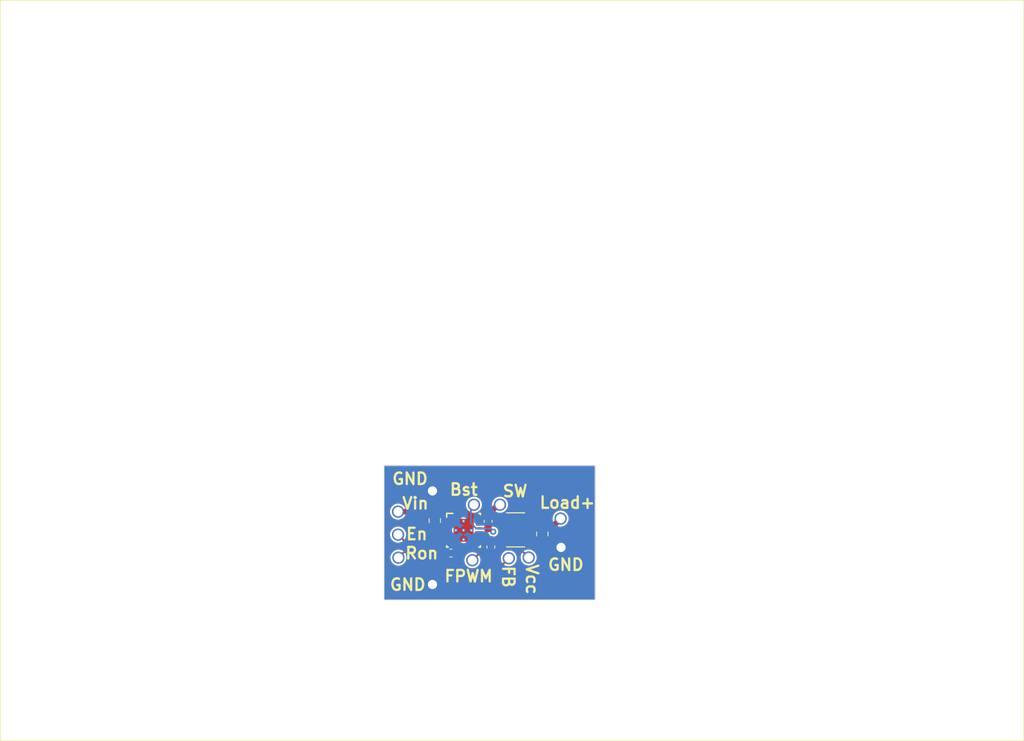
<source format=kicad_pcb>
(kicad_pcb (version 20221018) (generator pcbnew)
  (layers (0 "F.Cu" signal) (31 "B.Cu" signal) (34 "B.Paste" user) (35 "F.Paste" user) (36 "B.SilkS" user "B.Silkscreen") (37 "F.SilkS" user "F.Silkscreen") (38 "B.Mask" user) (39 "F.Mask" user) (44 "Edge.Cuts" user))
  (net 0 "")
  (net 1 "GND2")
  (net 2 "Net-(D7-Conn)")
  (net 3 "Net-(D17-Conn)")
  (net 4 "Net-(U1-SS)")
  (net 5 "Net-(D2-Conn)")
  (net 6 "Net-(D1-Conn)")
  (net 7 "Net-(D4-Conn)")
  (net 8 "Net-(D6-Conn)")
  (net 9 "Net-(D9-Conn)")
  (net 10 "Net-(D18-Conn)")
  (net 11 "Net-(D19-Conn)")
  (footprint "Capacitor_SMD:C_0805_2012Metric_Pad1.18x1.45mm_HandSolder" (layer "F.Cu") (at 134.112 122.9145 -90)
    (fp_text reference "C28" hide)
    (fp_text value "C" hide)
    (fp_line (start -0.261252 -0.735) (end 0.261252 -0.735) (stroke (width 0.12)) (layer "F.SilkS"))
    (fp_line (start -0.261252 0.735) (end 0.261252 0.735) (stroke (width 0.12)) (layer "F.SilkS"))
    (pad "1" smd roundrect (at -1.0375 0 270) (size 1.175 1.45) (layers "F.Cu" "F.Paste" "F.Mask") (roundrect_rratio 0.2127659574) (net 5 "Net-(D2-Conn)"))
    (pad "2" smd roundrect (at 1.0375 0 270) (size 1.175 1.45) (layers "F.Cu" "F.Paste" "F.Mask") (roundrect_rratio 0.2127659574) (net 1 "GND2"))
  )
  (footprint "Capacitor_SMD:C_0603_1608Metric_Pad1.08x0.95mm_HandSolder" (layer "F.Cu") (at 122.2 125.4)
    (fp_text reference "C26" hide)
    (fp_text value "C" hide)
    (fp_line (start -0.146267 -0.51) (end 0.146267 -0.51) (stroke (width 0.12)) (layer "F.SilkS"))
    (fp_line (start -0.146267 0.51) (end 0.146267 0.51) (stroke (width 0.12)) (layer "F.SilkS"))
    (pad "1" smd roundrect (at -0.8625 0) (size 1.075 0.95) (layers "F.Cu" "F.Paste" "F.Mask") (net 4 "Net-(U1-SS)"))
    (pad "2" smd roundrect (at 0.8625 0) (size 1.075 0.95) (layers "F.Cu" "F.Paste" "F.Mask") (net 1 "GND2"))
  )
  (footprint "Wire_holes:WireHole_1p2" (layer "F.Cu") (at 125.2 119.1)
    (fp_text reference "D1" hide)
    (fp_text value "WireHole_1p5" hide)
    (pad "1" thru_hole circle (at 0 0) (size 1.6 1.6) (drill 1.2) (layers "*.Cu" "*.Mask") (net 6 "Net-(D1-Conn)"))
  )
  (footprint "ul_SWPA4030S1R0NT:IND_SWPA4030S_SNL" (layer "F.Cu") (at 130.6322 122.3772 180)
    (fp_text reference "L1" hide)
    (fp_text value "SWPA4030S1R0NT" hide)
    (fp_line (start -1.17475 2.2225) (end 1.17475 2.2225) (stroke (width 0.1524)) (layer "F.SilkS"))
    (fp_line (start 1.17475 -2.2225) (end -1.17475 -2.2225) (stroke (width 0.1524)) (layer "F.SilkS"))
    (pad "1" smd rect (at -1.4986 0 180) (size 1.0922 3.7084) (layers "F.Cu" "F.Paste" "F.Mask") (net 5 "Net-(D2-Conn)"))
    (pad "2" smd rect (at 1.4986 0 180) (size 1.0922 3.7084) (layers "F.Cu" "F.Paste" "F.Mask") (net 7 "Net-(D4-Conn)"))
  )
  (footprint "Wire_holes:WireHole_1p2" (layer "F.Cu") (at 119.8 129.5)
    (fp_text reference "D8" hide)
    (fp_text value "WireHole_1p5" hide)
    (pad "1" thru_hole circle (at 0 0) (size 1.6 1.6) (drill 1.2) (layers "*.Cu" "*.Mask") (net 1 "GND2"))
  )
  (footprint "Wire_holes:WireHole_1p2" (layer "F.Cu") (at 129.7432 126.0856)
    (fp_text reference "D9" hide)
    (fp_text value "WireHole_1p5" hide)
    (pad "1" thru_hole circle (at 0 0) (size 1.6 1.6) (drill 1.2) (layers "*.Cu" "*.Mask") (net 9 "Net-(D9-Conn)"))
  )
  (footprint "Wire_holes:WireHole_1p2" (layer "F.Cu") (at 115.3668 126)
    (fp_text reference "D18" hide)
    (fp_text value "WireHole_1p5" hide)
    (pad "1" thru_hole circle (at 0 0) (size 1.6 1.6) (drill 1.2) (layers "*.Cu" "*.Mask") (net 10 "Net-(D18-Conn)"))
  )
  (footprint "Capacitor_SMD:C_0805_2012Metric_Pad1.18x1.45mm_HandSolder" (layer "F.Cu") (at 120.1 121.1625 90)
    (fp_text reference "C5" hide)
    (fp_text value "C" hide)
    (fp_line (start -0.261252 -0.735) (end 0.261252 -0.735) (stroke (width 0.12)) (layer "F.SilkS"))
    (fp_line (start -0.261252 0.735) (end 0.261252 0.735) (stroke (width 0.12)) (layer "F.SilkS"))
    (pad "1" smd roundrect (at -1.0375 0 90) (size 1.175 1.45) (layers "F.Cu" "F.Paste" "F.Mask") (roundrect_rratio 0.2127659574) (net 3 "Net-(D17-Conn)"))
    (pad "2" smd roundrect (at 1.0375 0 90) (size 1.175 1.45) (layers "F.Cu" "F.Paste" "F.Mask") (roundrect_rratio 0.2127659574) (net 1 "GND2"))
  )
  (footprint "Wire_holes:WireHole_1p2" (layer "F.Cu") (at 132.334 125.984)
    (fp_text reference "D7" hide)
    (fp_text value "WireHole_1p5" hide)
    (pad "1" thru_hole circle (at 0 0) (size 1.6 1.6) (drill 1.2) (layers "*.Cu" "*.Mask") (net 2 "Net-(D7-Conn)"))
  )
  (footprint "Wire_holes:WireHole_1p2" (layer "F.Cu") (at 115.316 123)
    (fp_text reference "D19" hide)
    (fp_text value "WireHole_1p5" hide)
    (pad "1" thru_hole circle (at 0 0) (size 1.6 1.6) (drill 1.2) (layers "*.Cu" "*.Mask") (net 11 "Net-(D19-Conn)"))
  )
  (footprint "Wire_holes:WireHole_1p2" (layer "F.Cu") (at 136.4996 120.904)
    (fp_text reference "D2" hide)
    (fp_text value "WireHole_1p5" hide)
    (pad "1" thru_hole circle (at 0 0) (size 1.6 1.6) (drill 1.2) (layers "*.Cu" "*.Mask") (net 5 "Net-(D2-Conn)"))
  )
  (footprint "Wire_holes:WireHole_1p2" (layer "F.Cu") (at 119.8 117.3)
    (fp_text reference "D5" hide)
    (fp_text value "WireHole_1p5" hide)
    (pad "1" thru_hole circle (at 0 0) (size 1.6 1.6) (drill 1.2) (layers "*.Cu" "*.Mask") (net 1 "GND2"))
  )
  (footprint "Wire_holes:WireHole_1p2" (layer "F.Cu") (at 125 126.3396)
    (fp_text reference "D6" hide)
    (fp_text value "WireHole_1p5" hide)
    (pad "1" thru_hole circle (at 0 0) (size 1.6 1.6) (drill 1.2) (layers "*.Cu" "*.Mask") (net 8 "Net-(D6-Conn)"))
  )
  (footprint "Capacitor_SMD:C_0603_1608Metric_Pad1.08x0.95mm_HandSolder" (layer "F.Cu") (at 127.4064 124.6113 -90)
    (fp_text reference "C2" hide)
    (fp_text value "C" hide)
    (fp_line (start -0.146267 -0.51) (end 0.146267 -0.51) (stroke (width 0.12)) (layer "F.SilkS"))
    (fp_line (start -0.146267 0.51) (end 0.146267 0.51) (stroke (width 0.12)) (layer "F.SilkS"))
    (pad "1" smd roundrect (at -0.8625 0 270) (size 1.075 0.95) (layers "F.Cu" "F.Paste" "F.Mask") (net 2 "Net-(D7-Conn)"))
    (pad "2" smd roundrect (at 0.8625 0 270) (size 1.075 0.95) (layers "F.Cu" "F.Paste" "F.Mask") (net 1 "GND2"))
  )
  (footprint "Capacitor_SMD:C_0603_1608Metric_Pad1.08x0.95mm_HandSolder" (layer "F.Cu") (at 127.0508 121.2596 90)
    (fp_text reference "C27" hide)
    (fp_text value "C" hide)
    (fp_line (start -0.146267 -0.51) (end 0.146267 -0.51) (stroke (width 0.12)) (layer "F.SilkS"))
    (fp_line (start -0.146267 0.51) (end 0.146267 0.51) (stroke (width 0.12)) (layer "F.SilkS"))
    (pad "1" smd roundrect locked (at -0.8625 0 90) (size 1.075 0.95) (layers "F.Cu" "F.Paste" "F.Mask") (net 6 "Net-(D1-Conn)"))
    (pad "2" smd roundrect locked (at 0.8625 0 90) (size 1.075 0.95) (layers "F.Cu" "F.Paste" "F.Mask") (net 7 "Net-(D4-Conn)"))
  )
  (footprint "ul_LM5160ADNTR:DNT0012B" (layer "F.Cu") (at 123.8504 122.428)
    (fp_text reference "U1" hide)
    (fp_text value "LM5160ADNTR" hide)
    (fp_line (start -2.200001 -2.199998) (end -1.4 -2.199998) (stroke (width 0.2)) (layer "F.SilkS"))
    (fp_line (start -2.200001 -1.699999) (end -2.200001 -2.199998) (stroke (width 0.2)) (layer "F.SilkS"))
    (fp_line (start -2.200001 2.199998) (end -2.200001 2.025002) (stroke (width 0.2)) (layer "F.SilkS"))
    (fp_line (start -2.200001 2.199998) (end -2.000001 2.199998) (stroke (width 0.2)) (layer "F.SilkS"))
    (fp_line (start 2.000001 -2.199998) (end 2.200001 -2.199998) (stroke (width 0.2)) (layer "F.SilkS"))
    (fp_line (start 2.000001 2.199998) (end 2.200001 2.199998) (stroke (width 0.2)) (layer "F.SilkS"))
    (fp_line (start 2.200001 -2.025002) (end 2.200001 -2.199998) (stroke (width 0.2)) (layer "F.SilkS"))
    (fp_line (start 2.200001 2.199998) (end 2.200001 2.025002) (stroke (width 0.2)) (layer "F.SilkS"))
    (pad "1" smd rect (at -1.899999 -1.25 90) (size 0.249999 0.599999) (layers "F.Cu" "F.Paste" "F.Mask") (net 1 "GND2"))
    (pad "2" smd rect (at -1.899999 -0.750001 90) (size 0.249999 0.599999) (layers "F.Cu" "F.Paste" "F.Mask") (net 1 "GND2"))
    (pad "3" smd rect (at -1.899999 -0.25 90) (size 0.249999 0.599999) (layers "F.Cu" "F.Paste" "F.Mask") (net 3 "Net-(D17-Conn)"))
    (pad "4" smd rect (at -1.899999 0.25 90) (size 0.249999 0.599999) (layers "F.Cu" "F.Paste" "F.Mask") (net 11 "Net-(D19-Conn)"))
    (pad "5" smd rect (at -1.899999 0.749998 90) (size 0.249999 0.599999) (layers "F.Cu" "F.Paste" "F.Mask") (net 10 "Net-(D18-Conn)"))
    (pad "6" smd rect (at -1.899999 1.25 90) (size 0.249999 0.599999) (layers "F.Cu" "F.Paste" "F.Mask") (net 4 "Net-(U1-SS)"))
    (pad "7" smd rect (at 1.899999 1.25 90) (size 0.249999 0.599999) (layers "F.Cu" "F.Paste" "F.Mask") (net 8 "Net-(D6-Conn)"))
    (pad "8" smd rect (at 1.899999 0.749998 90) (size 0.249999 0.599999) (layers "F.Cu" "F.Paste" "F.Mask") (net 9 "Net-(D9-Conn)"))
    (pad "9" smd rect (at 1.899999 0.25 90) (size 0.249999 0.599999) (layers "F.Cu" "F.Paste" "F.Mask") (net 2 "Net-(D7-Conn)"))
    (pad "10" smd rect (at 1.899999 -0.250002 90) (size 0.249999 0.599999) (layers "F.Cu" "F.Paste" "F.Mask") (net 6 "Net-(D1-Conn)"))
    (pad "11" smd rect (at 1.899999 -0.750001 90) (size 0.249999 0.599999) (layers "F.Cu" "F.Paste" "F.Mask") (net 7 "Net-(D4-Conn)"))
    (pad "12" smd rect (at 1.899999 -1.25 90) (size 0.249999 0.599999) (layers "F.Cu" "F.Paste" "F.Mask") (net 7 "Net-(D4-Conn)"))
    (pad "13" smd rect (at 0 0 90) (size 2.999999 2.6) (layers "F.Cu" "F.Mask") (net 1 "GND2"))
    (pad "V" thru_hole circle (at -1.000001 0) (size 0.499999 0.499999) (drill 0.2032) (layers "*.Cu" "*.Mask"))
    (pad "V" thru_hole circle (at 0 -1.2) (size 0.499999 0.499999) (drill 0.2032) (layers "*.Cu" "*.Mask"))
    (pad "V" thru_hole circle (at 0 0) (size 0.499999 0.499999) (drill 0.2032) (layers "*.Cu" "*.Mask"))
    (pad "V" thru_hole circle (at 0 1.2) (size 0.499999 0.499999) (drill 0.2032) (layers "*.Cu" "*.Mask"))
    (pad "V" thru_hole circle (at 1.000001 0) (size 0.499999 0.499999) (drill 0.2032) (layers "*.Cu" "*.Mask"))
  )
  (footprint "Wire_holes:WireHole_1p2" (layer "F.Cu") (at 115.316 120)
    (fp_text reference "D17" hide)
    (fp_text value "WireHole_1p5" hide)
    (pad "1" thru_hole circle (at 0 0) (size 1.6 1.6) (drill 1.2) (layers "*.Cu" "*.Mask") (net 3 "Net-(D17-Conn)"))
  )
  (footprint "Wire_holes:WireHole_1p2" (layer "F.Cu") (at 128.6 119.1)
    (fp_text reference "D4" hide)
    (fp_text value "WireHole_1p5" hide)
    (pad "1" thru_hole circle (at 0 0) (size 1.6 1.6) (drill 1.2) (layers "*.Cu" "*.Mask") (net 7 "Net-(D4-Conn)"))
  )
  (footprint "Wire_holes:WireHole_1p2" (layer "F.Cu") (at 136.5504 124.6632)
    (fp_text reference "D3" hide)
    (fp_text value "WireHole_1p5" hide)
    (pad "1" thru_hole circle (at 0 0) (size 1.6 1.6) (drill 1.2) (layers "*.Cu" "*.Mask") (net 1 "GND2"))
  )
  (gr_line (start 63.5 53.34) (end 196.85 53.34) (stroke (width 0.1)) (layer "F.SilkS"))
  (gr_line (start 196.85 149.86) (end 63.5 149.86) (stroke (width 0.1)) (layer "F.SilkS"))
  (gr_line (start 196.85 53.34) (end 196.85 149.86) (stroke (width 0.1)) (layer "F.SilkS"))
  (gr_line (start 63.5 149.86) (end 63.5 53.34) (stroke (width 0.1)) (layer "F.SilkS"))
  (gr_line (start 141 114) (end 141 131.5) (stroke (width 0.1)) (layer "Edge.Cuts"))
  (gr_line (start 113.5 114) (end 141 114) (stroke (width 0.1)) (layer "Edge.Cuts"))
  (gr_line (start 141 131.5) (end 113.5 131.5) (stroke (width 0.1)) (layer "Edge.Cuts"))
  (gr_line (start 113.5 131.5) (end 113.5 114) (stroke (width 0.1)) (layer "Edge.Cuts"))
  (gr_text "GND" (at 114.1 130.4) (layer "F.SilkS") (effects (font (size 1.5 1.5) (thickness 0.3) bold) (justify left bottom)))
  (gr_text "SW" (at 128.8 118.2) (layer "F.SilkS") (effects (font (size 1.5 1.5) (thickness 0.3) bold) (justify left bottom)))
  (gr_text "GND" (at 134.7 127.8) (layer "F.SilkS") (effects (font (size 1.5 1.5) (thickness 0.3) bold) (justify left bottom)))
  (gr_text "Load+" (at 133.6 119.7) (layer "F.SilkS") (effects (font (size 1.5 1.5) (thickness 0.3) bold) (justify left bottom)))
  (gr_text "Bst" (at 121.9 118) (layer "F.SilkS") (effects (font (size 1.5 1.5) (thickness 0.3) bold) (justify left bottom)))
  (gr_text "Vcc" (at 131.9 126.7 -90) (layer "F.SilkS") (effects (font (size 1.5 1.5) (thickness 0.3) bold) (justify left bottom)))
  (gr_text "FPWM" (at 121.2 129.3) (layer "F.SilkS") (effects (font (size 1.5 1.5) (thickness 0.3) bold) (justify left bottom)))
  (gr_text "En" (at 116.2 123.8) (layer "F.SilkS") (effects (font (size 1.5 1.5) (thickness 0.3) bold) (justify left bottom)))
  (gr_text "FB" (at 128.8 126.9 -90) (layer "F.SilkS") (effects (font (size 1.5 1.5) (thickness 0.3) bold) (justify left bottom)))
  (gr_text "Ron" (at 116.1 126.3) (layer "F.SilkS") (effects (font (size 1.5 1.5) (thickness 0.3) bold) (justify left bottom)))
  (gr_text "GND" (at 114.4 116.6) (layer "F.SilkS") (effects (font (size 1.5 1.5) (thickness 0.3) bold) (justify left bottom)))
  (gr_text "Vin" (at 115.7 119.8) (layer "F.SilkS") (effects (font (size 1.5 1.5) (thickness 0.3) bold) (justify left bottom)))
  (segment (start 126.273705 122.678) (end 127.344505 123.7488) (width 0.25) (layer "F.Cu") (net 2))
  (segment (start 127.4064 123.7488) (end 128.6182 124.9606) (width 0.25) (layer "F.Cu") (net 2))
  (segment (start 131.3106 124.9606) (end 132.334 125.984) (width 0.25) (layer "F.Cu") (net 2))
  (segment (start 128.6182 124.9606) (end 131.3106 124.9606) (width 0.25) (layer "F.Cu") (net 2))
  (segment (start 127.344505 123.7488) (end 127.4064 123.7488) (width 0.25) (layer "F.Cu") (net 2))
  (segment (start 125.750399 122.678) (end 126.273705 122.678) (width 0.25) (layer "F.Cu") (net 2))
  (segment (start 121.950401 122.178) (end 120.2595 122.178) (width 0.35) (layer "F.Cu") (net 3))
  (segment (start 115.316 120) (end 116.5 120) (width 0.75) (layer "F.Cu") (net 3))
  (segment (start 119.8 122.6375) (end 120.2375 122.6375) (width 0.5) (layer "F.Cu") (net 3))
  (segment (start 116.5 120) (end 118.7 122.2) (width 0.75) (layer "F.Cu") (net 3))
  (segment (start 120.2595 122.178) (end 119.8 122.6375) (width 0.35) (layer "F.Cu") (net 3))
  (segment (start 118.7 122.2) (end 120.1 122.2) (width 0.75) (layer "F.Cu") (net 3))
  (segment (start 121.950401 123.678) (end 121.950401 124.787099) (width 0.25) (layer "F.Cu") (net 4))
  (segment (start 121.950401 124.787099) (end 121.3375 125.4) (width 0.25) (layer "F.Cu") (net 4))
  (segment (start 132.8 121.8) (end 134.035 121.8) (width 0.75) (layer "F.Cu") (net 5))
  (segment (start 135.5266 121.877) (end 136.4996 120.904) (width 0.75) (layer "F.Cu") (net 5))
  (segment (start 134.112 121.877) (end 135.5266 121.877) (width 0.75) (layer "F.Cu") (net 5))
  (segment (start 134.035 121.8) (end 134.112 121.877) (width 0.75) (layer "F.Cu") (net 5))
  (segment (start 132.2228 122.3772) (end 132.8 121.8) (width 0.75) (layer "F.Cu") (net 5))
  (segment (start 132.1308 122.3772) (end 132.2228 122.3772) (width 0.75) (layer "F.Cu") (net 5))
  (segment (start 127.0508 122.1221) (end 126.994902 122.177998) (width 0.25) (layer "F.Cu") (net 6))
  (segment (start 126.994902 122.177998) (end 125.750399 122.177998) (width 0.25) (layer "F.Cu") (net 6))
  (via (at 127.716004 122.614911) (size 0.8) (drill 0.4) (layers "F.Cu" "B.Cu") (net 6))
  (segment (start 125.5 122.2) (end 124.8 121.5) (width 0.25) (layer "B.Cu") (net 6))
  (segment (start 127.301093 122.2) (end 125.5 122.2) (width 0.25) (layer "B.Cu") (net 6))
  (segment (start 124.8 119.5) (end 125.2 119.1) (width 0.25) (layer "B.Cu") (net 6))
  (segment (start 124.8 121.5) (end 124.8 119.5) (width 0.25) (layer "B.Cu") (net 6))
  (segment (start 127.716004 122.614911) (end 127.301093 122.2) (width 0.25) (layer "B.Cu") (net 6))
  (segment (start 128.3479 119.1) (end 127.0508 120.3971) (width 0.75) (layer "F.Cu") (net 7))
  (segment (start 126.2699 121.178) (end 125.750399 121.178) (width 0.75) (layer "F.Cu") (net 7))
  (segment (start 125.750399 121.178) (end 125.750399 121.552998) (width 0.6) (layer "F.Cu") (net 7))
  (segment (start 129.0309 122.3772) (end 127.0508 120.3971) (width 0.75) (layer "F.Cu") (net 7))
  (segment (start 129.1336 122.3772) (end 129.0309 122.3772) (width 0.75) (layer "F.Cu") (net 7))
  (segment (start 127.0508 120.3971) (end 126.2699 121.178) (width 0.75) (layer "F.Cu") (net 7))
  (segment (start 128.6 119.1) (end 128.3479 119.1) (width 0.75) (layer "F.Cu") (net 7))
  (segment (start 125.750399 123.678) (end 125.750399 125.589201) (width 0.25) (layer "F.Cu") (net 8))
  (segment (start 125.750399 125.589201) (end 125 126.3396) (width 0.25) (layer "F.Cu") (net 8))
  (segment (start 127.485599 126.885599) (end 126.4 125.8) (width 0.25) (layer "F.Cu") (net 9))
  (segment (start 126.4 125.8) (end 126.4 123.440691) (width 0.25) (layer "F.Cu") (net 9))
  (segment (start 126.137307 123.177998) (end 125.750399 123.177998) (width 0.25) (layer "F.Cu") (net 9))
  (segment (start 128.943201 126.885599) (end 127.485599 126.885599) (width 0.25) (layer "F.Cu") (net 9))
  (segment (start 129.7432 126.0856) (end 128.943201 126.885599) (width 0.25) (layer "F.Cu") (net 9))
  (segment (start 126.4 123.440691) (end 126.137307 123.177998) (width 0.25) (layer "F.Cu") (net 9))
  (segment (start 116.8668 124.5) (end 115.3668 126) (width 0.25) (layer "F.Cu") (net 10))
  (segment (start 120.236396 124.5) (end 116.8668 124.5) (width 0.25) (layer "F.Cu") (net 10))
  (segment (start 121.950401 123.177998) (end 121.558398 123.177998) (width 0.25) (layer "F.Cu") (net 10))
  (segment (start 121.558398 123.177998) (end 120.236396 124.5) (width 0.25) (layer "F.Cu") (net 10))
  (segment (start 120.300001 123.799999) (end 116.115999 123.799999) (width 0.25) (layer "F.Cu") (net 11))
  (segment (start 121.950401 122.678) (end 121.978 122.678) (width 0.25) (layer "F.Cu") (net 11))
  (segment (start 116.115999 123.799999) (end 115.316 123) (width 0.25) (layer "F.Cu") (net 11))
  (segment (start 121.950401 122.678) (end 121.422 122.678) (width 0.25) (layer "F.Cu") (net 11))
  (segment (start 121.422 122.678) (end 120.300001 123.799999) (width 0.25) (layer "F.Cu") (net 11))
  (zone (net 1) (net_name "GND2") (layers "F&B.Cu") (connect_pads yes (clearance 0.25)) (min_thickness 0.25) (fill yes (thermal_gap 0.5) (thermal_bridge_width 0.5))
    (polygon (pts (xy 113.5 114) (xy 141 114) (xy 141 131.5) (xy 113.5 131.5)))
  )
)
</source>
